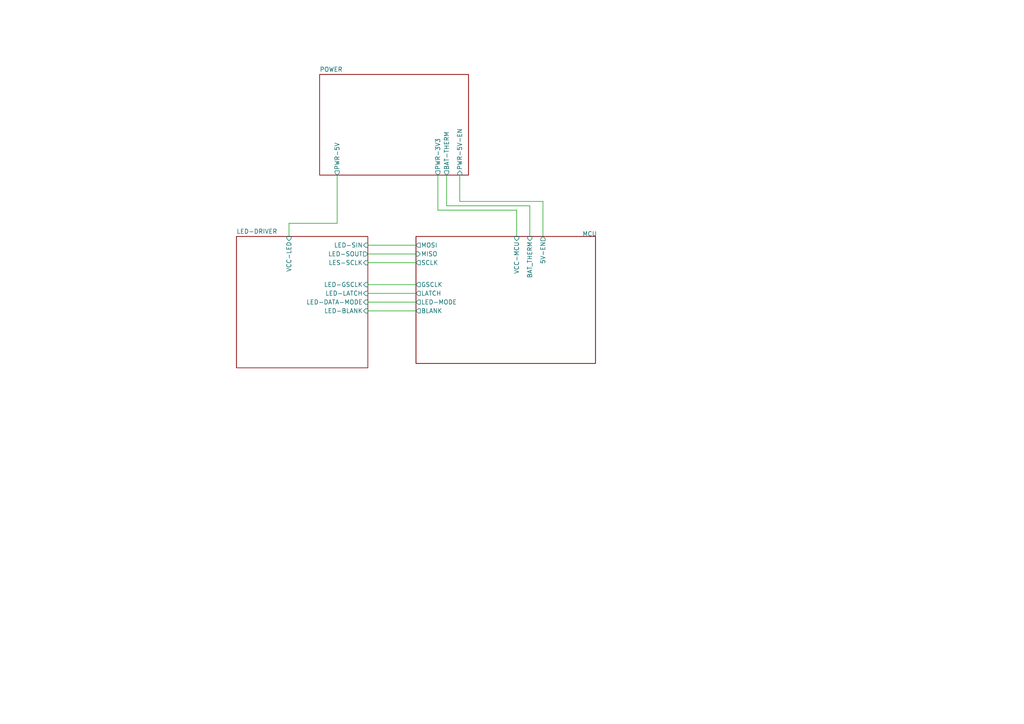
<source format=kicad_sch>
(kicad_sch (version 20230121) (generator eeschema)
  (paper "A4")
  (title_block (title "OUIJA"))
  (lib_symbols)
  (wire (pts (xy 133.35 58.42) (xy 133.35 50.8)))
  (wire (pts (xy 106.68 73.66) (xy 120.65 73.66)))
  (wire (pts (xy 153.67 59.69) (xy 153.67 68.58)))
  (wire (pts (xy 157.48 68.58) (xy 157.48 58.42)))
  (wire (pts (xy 129.54 59.69) (xy 153.67 59.69)))
  (wire (pts (xy 106.68 90.17) (xy 120.65 90.17)))
  (wire (pts (xy 157.48 58.42) (xy 133.35 58.42)))
  (wire (pts (xy 97.79 64.77) (xy 83.82 64.77)))
  (wire (pts (xy 106.68 87.63) (xy 120.65 87.63)))
  (wire (pts (xy 127 50.8) (xy 127 60.96)))
  (wire (pts (xy 97.79 50.8) (xy 97.79 64.77)))
  (wire (pts (xy 106.68 85.09) (xy 120.65 85.09)))
  (wire (pts (xy 149.86 60.96) (xy 149.86 68.58)))
  (wire (pts (xy 106.68 76.2) (xy 120.65 76.2)))
  (wire (pts (xy 127 60.96) (xy 149.86 60.96)))
  (wire (pts (xy 83.82 64.77) (xy 83.82 68.58)))
  (wire (pts (xy 129.54 50.8) (xy 129.54 59.69)))
  (wire (pts (xy 106.68 82.55) (xy 120.65 82.55)))
  (wire (pts (xy 106.68 71.12) (xy 120.65 71.12)))
  (sheet (at 92.71 21.59) (size 43.18 29.21) (stroke (width 0.1524))
    (property "Sheetname" "POWER" (at 92.71 20.8784 0) (effects (justify left bottom)))
    (property "Sheetfile" "ouji-power.kicad_sch" (effects hide))
    (pin "PWR-5V-EN" input (at 133.35 50.8 270))
    (pin "PWR-5V" output (at 97.79 50.8 270))
    (pin "PWR-3V3" output (at 127 50.8 270))
    (pin "BAT-THERM" output (at 129.54 50.8 270))
  )
  (sheet (at 68.58 68.58) (size 38.1 38.1) (stroke (width 0.1524))
    (property "Sheetname" "LED-DRIVER" (at 68.58 67.8684 0) (effects (justify left bottom)))
    (property "Sheetfile" "led-driver.kicad_sch" (effects hide))
    (pin "LED-DATA-MODE" input (at 106.68 87.63 0))
    (pin "LED-LATCH" input (at 106.68 85.09 0))
    (pin "LED-BLANK" input (at 106.68 90.17 0))
    (pin "LED-GSCLK" input (at 106.68 82.55 0))
    (pin "LED-SIN" input (at 106.68 71.12 0))
    (pin "LED-SOUT" output (at 106.68 73.66 0))
    (pin "LES-SCLK" input (at 106.68 76.2 0))
    (pin "VCC-LED" input (at 83.82 68.58 90))
  )
  (sheet (at 120.65 68.58) (size 52.07 36.83) (stroke (width 0.1524))
    (property "Sheetname" "MCU" (at 168.91 68.58 0) (effects (justify left bottom)))
    (property "Sheetfile" "mcu.kicad_sch" (effects hide))
    (pin "BAT_THERM" input (at 153.67 68.58 90))
    (pin "GSCLK" output (at 120.65 82.55 180))
    (pin "MISO" input (at 120.65 73.66 180))
    (pin "MOSI" output (at 120.65 71.12 180))
    (pin "SCLK" output (at 120.65 76.2 180))
    (pin "LED-MODE" output (at 120.65 87.63 180))
    (pin "VCC-MCU" input (at 149.86 68.58 90))
    (pin "LATCH" output (at 120.65 85.09 180))
    (pin "BLANK" output (at 120.65 90.17 180))
    (pin "5V-EN" output (at 157.48 68.58 90))
  )
)
</source>
